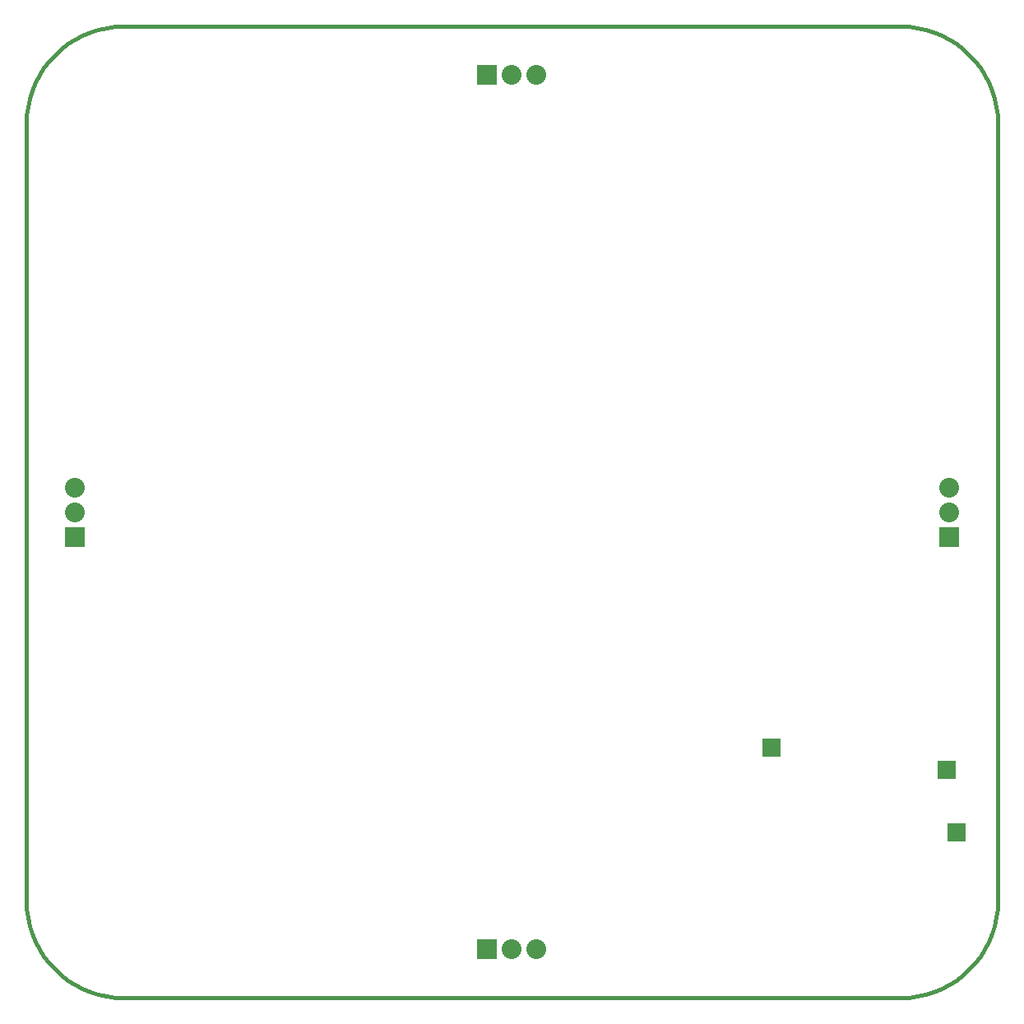
<source format=gbs>
G04 (created by PCBNEW-RS274X (2010-00-09 BZR 23xx)-stable) date Mon 03 Oct 2011 12:09:16 AM EDT*
G01*
G70*
G90*
%MOIN*%
G04 Gerber Fmt 3.4, Leading zero omitted, Abs format*
%FSLAX34Y34*%
G04 APERTURE LIST*
%ADD10C,0.005000*%
%ADD11C,0.015000*%
%ADD12R,0.080000X0.080000*%
%ADD13C,0.080000*%
%ADD14R,0.075000X0.075000*%
G04 APERTURE END LIST*
G54D10*
G54D11*
X19685Y-55118D02*
X19685Y-23622D01*
X55118Y-59055D02*
X23622Y-59055D01*
X59055Y-23622D02*
X59055Y-55118D01*
X23622Y-19685D02*
X55118Y-19685D01*
X55118Y-59055D02*
X55461Y-59040D01*
X55801Y-58995D01*
X56136Y-58920D01*
X56464Y-58817D01*
X56781Y-58686D01*
X57086Y-58527D01*
X57376Y-58343D01*
X57648Y-58133D01*
X57901Y-57901D01*
X58133Y-57648D01*
X58343Y-57376D01*
X58527Y-57086D01*
X58686Y-56781D01*
X58817Y-56464D01*
X58920Y-56136D01*
X58995Y-55801D01*
X59040Y-55461D01*
X59055Y-55118D01*
X19685Y-55118D02*
X19700Y-55461D01*
X19745Y-55801D01*
X19820Y-56136D01*
X19923Y-56464D01*
X20054Y-56781D01*
X20213Y-57086D01*
X20397Y-57376D01*
X20607Y-57648D01*
X20839Y-57901D01*
X21092Y-58133D01*
X21364Y-58343D01*
X21654Y-58527D01*
X21959Y-58686D01*
X22276Y-58817D01*
X22604Y-58920D01*
X22939Y-58995D01*
X23279Y-59040D01*
X23622Y-59055D01*
X23622Y-19685D02*
X23279Y-19700D01*
X22939Y-19745D01*
X22604Y-19820D01*
X22276Y-19923D01*
X21959Y-20054D01*
X21654Y-20213D01*
X21364Y-20397D01*
X21092Y-20607D01*
X20839Y-20839D01*
X20607Y-21092D01*
X20397Y-21364D01*
X20213Y-21654D01*
X20054Y-21959D01*
X19923Y-22276D01*
X19820Y-22604D01*
X19745Y-22939D01*
X19700Y-23279D01*
X19685Y-23622D01*
X59055Y-23622D02*
X59040Y-23279D01*
X58995Y-22939D01*
X58920Y-22604D01*
X58817Y-22276D01*
X58686Y-21959D01*
X58527Y-21654D01*
X58343Y-21364D01*
X58133Y-21092D01*
X57901Y-20839D01*
X57648Y-20607D01*
X57376Y-20397D01*
X57086Y-20213D01*
X56781Y-20054D01*
X56464Y-19923D01*
X56136Y-19820D01*
X55801Y-19745D01*
X55461Y-19700D01*
X55118Y-19685D01*
G54D12*
X38370Y-57087D03*
G54D13*
X39370Y-57087D03*
X40370Y-57087D03*
G54D12*
X57087Y-40370D03*
G54D13*
X57087Y-39370D03*
X57087Y-38370D03*
G54D12*
X21654Y-40370D03*
G54D13*
X21654Y-39370D03*
X21654Y-38370D03*
G54D12*
X38370Y-21654D03*
G54D13*
X39370Y-21654D03*
X40370Y-21654D03*
G54D14*
X56988Y-49803D03*
X57382Y-52362D03*
X49902Y-48917D03*
M02*

</source>
